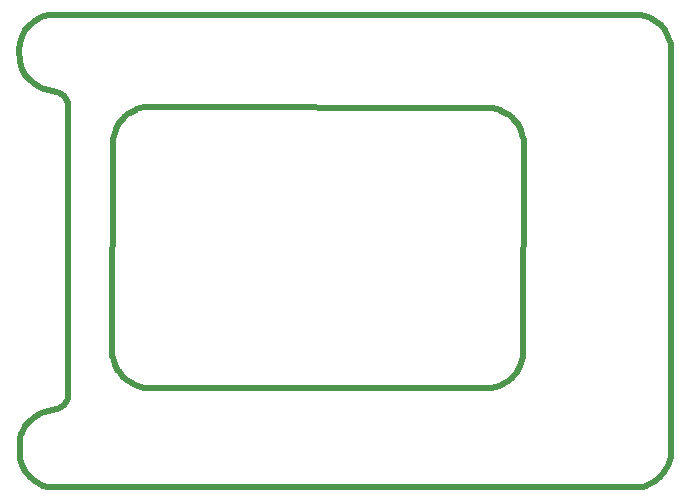
<source format=gm1>
G04*
G04 #@! TF.GenerationSoftware,Altium Limited,Altium Designer,21.6.4 (81)*
G04*
G04 Layer_Color=16711935*
%FSLAX44Y44*%
%MOMM*%
G71*
G04*
G04 #@! TF.SameCoordinates,2686D9AD-387F-486B-B8E0-4D59B8EDC849*
G04*
G04*
G04 #@! TF.FilePolarity,Positive*
G04*
G01*
G75*
%ADD21C,0.5080*%
G54D21*
X406792Y85631D02*
X406792Y85631D01*
X406791Y85631D02*
X406792Y85631D01*
X406791Y85630D02*
X406791Y85631D01*
X406790Y85630D02*
X406791Y85630D01*
X406790Y85630D02*
X406790Y85630D01*
X406790Y85630D02*
X406792Y85631D01*
X416888Y92425D02*
X416906Y92447D01*
X416847Y92379D02*
X416888Y92425D01*
X416803Y92335D02*
X416847Y92379D01*
X416757Y92294D02*
X416803Y92335D01*
X416733Y92274D02*
X416757Y92294D01*
X416733Y92274D02*
X416733Y92274D01*
X416733Y92274D02*
X416733Y92274D01*
X416733Y92274D02*
X416733Y92274D01*
X416731Y92272D02*
X416733Y92274D01*
X416731Y92272D02*
X416755Y92292D01*
X416801Y92334D01*
X416845Y92378D01*
X416886Y92423D01*
X416906Y92447D01*
X416906Y92447D01*
X420640Y96997D02*
X420640Y96997D01*
X420639Y96996D02*
X420640Y96997D01*
X420639Y96995D02*
X420639Y96996D01*
X420639Y96995D02*
X420639Y96996D01*
X420639Y96996D01*
X420640Y96997D01*
X420640Y96997D01*
X80535Y103440D02*
X80544Y103410D01*
X80565Y103351D01*
X80589Y103293D01*
X80616Y103237D01*
X80630Y103209D01*
X80616Y103237D02*
X80630Y103209D01*
X80589Y103293D02*
X80616Y103237D01*
X80565Y103351D02*
X80589Y103293D01*
X80544Y103410D02*
X80565Y103351D01*
X80535Y103440D02*
X80544Y103410D01*
X426004Y110579D02*
Y110582D01*
Y110579D02*
Y110581D01*
Y110582D01*
X426004Y110583D01*
X426004Y110582D02*
X426004Y110583D01*
X421596Y306979D02*
X421597Y306979D01*
X421598Y306978D01*
X421598Y306978D01*
X421598Y306977D02*
X421598Y306978D01*
X421598Y306976D02*
X421598Y306977D01*
X421596Y306979D02*
X421598Y306976D01*
X417552Y311907D02*
X417553Y311906D01*
X417553Y311906D02*
X417553Y311906D01*
X417552Y311907D02*
X417553Y311906D01*
X417552Y311907D02*
X417552Y311907D01*
X104953Y321441D02*
X104953Y321441D01*
X104953Y321441D02*
X104953Y321441D01*
X106130Y321606D02*
X106263Y321591D01*
X106395Y321563D01*
X106522Y321522D01*
X106583Y321494D01*
X106583Y321494D01*
X399419Y321004D01*
X399465Y321004D01*
X399559Y320997D01*
X399651Y320983D01*
X399742Y320962D01*
X399786Y320949D01*
X399787Y320949D01*
X407380Y318645D01*
X407410Y318636D01*
X407470Y318615D01*
X407528Y318590D01*
X407585Y318563D01*
X407613Y318548D01*
X407613Y318548D01*
X412794Y315779D01*
X412822Y315764D01*
X412877Y315732D01*
X412929Y315696D01*
X412980Y315659D01*
X413003Y315640D01*
X413003Y315640D02*
X413003Y315640D01*
X413003Y315640D02*
X413003Y315640D01*
X413005Y315639D01*
X413005Y315639D01*
X413003Y315640D02*
X413005Y315639D01*
X413003Y315640D02*
X413003Y315640D01*
X413003Y315640D02*
X413003Y315640D01*
X413004Y315639D01*
X413005Y315638D01*
X413006Y315637D01*
X413007Y315637D01*
X413007Y315637D01*
X417549Y311910D01*
X417549Y311909D01*
X417550Y311908D01*
X417551Y311908D01*
X417552Y311907D01*
X417551Y311908D02*
X417552Y311907D01*
X417551Y311908D02*
X417575Y311888D01*
X417621Y311847D01*
X417665Y311803D01*
X417706Y311757D01*
X417726Y311733D01*
X417729Y311729D01*
X417729Y311729D01*
X421457Y307187D01*
X421457Y307187D01*
X421458Y307186D01*
X421459Y307185D01*
X421460Y307184D01*
X421460Y307183D01*
X421460Y307183D02*
X421460Y307183D01*
X421457Y307187D02*
X421460Y307183D01*
X421457Y307187D02*
X421457Y307187D01*
X421457Y307187D02*
X421457Y307187D01*
X421457Y307187D02*
X421457Y307187D01*
X421457Y307187D02*
X421457Y307187D01*
X421457Y307187D01*
X421458Y307185D01*
X421460Y307183D01*
X421460Y307183D01*
X421460Y307183D02*
X421460Y307183D01*
X421460Y307183D02*
X421460Y307183D01*
X421460Y307183D01*
X421460Y307183D02*
X421460Y307183D01*
X421460Y307183D02*
X421460Y307183D01*
X421460Y307183D02*
X421460Y307183D01*
X421460Y307183D01*
X421478Y307161D01*
X421515Y307111D01*
X421550Y307060D01*
X421582Y307006D01*
X421596Y306979D01*
X421596Y306979D01*
X421596Y306979D01*
X421596D02*
X421596D01*
X421596Y306979D02*
X421596Y306979D01*
X421596Y306980D02*
X421596Y306979D01*
X421596Y306980D02*
X421598Y306976D01*
Y306976D01*
X421598Y306976D01*
X424369Y301792D01*
X424369D01*
X424370Y301792D01*
X424371Y301791D01*
X424371Y301790D02*
X424371Y301791D01*
X424370Y301790D02*
X424371Y301790D01*
X424370Y301790D02*
X424385Y301762D01*
X424412Y301706D01*
X424435Y301649D01*
X424456Y301590D01*
X424465Y301560D01*
X424465Y301560D01*
X426441Y295047D01*
X426482Y294912D01*
X426543Y294638D01*
X426585Y294359D01*
X426606Y294078D01*
X426606Y293938D01*
X426606D01*
Y293933D02*
Y293938D01*
Y293933D02*
X426606Y293933D01*
X426004Y110583D02*
X426606Y293933D01*
X426004Y110583D02*
X426004Y110583D01*
X426004Y110581D02*
Y110583D01*
X426004Y110579D02*
X426004Y110581D01*
X426004Y110533D02*
X426004Y110579D01*
X425997Y110440D02*
X426004Y110533D01*
X425983Y110348D02*
X425997Y110440D01*
X425962Y110258D02*
X425983Y110348D01*
X425949Y110213D02*
X425962Y110258D01*
X425949Y110213D02*
X425949Y110213D01*
X423645Y102620D02*
X425949Y110213D01*
X423636Y102590D02*
X423645Y102620D01*
X423615Y102530D02*
X423636Y102590D01*
X423590Y102472D02*
X423615Y102530D01*
X423563Y102415D02*
X423590Y102472D01*
X423548Y102387D02*
X423563Y102415D01*
X423548Y102387D02*
X423548D01*
X420779Y97206D02*
X423548Y102387D01*
X420764Y97178D02*
X420779Y97206D01*
X420732Y97123D02*
X420764Y97178D01*
X420696Y97071D02*
X420732Y97123D01*
X420659Y97020D02*
X420696Y97071D01*
X420640Y96997D02*
X420659Y97020D01*
X420640Y96997D02*
X420640Y96997D01*
X420640Y96997D02*
X420640Y96997D01*
X420639Y96995D02*
X420640Y96997D01*
X420639Y96995D02*
X420639D01*
X420638Y96995D02*
X420639Y96995D01*
X420637Y96994D02*
X420638Y96995D01*
X420637Y96993D02*
X420637Y96994D01*
X420637Y96993D02*
X420637D01*
X416910Y92451D02*
X420637Y96993D01*
X416909Y92451D02*
X416910Y92451D01*
X416908Y92450D02*
X416909Y92451D01*
X416908Y92449D02*
X416908Y92450D01*
X416907Y92448D02*
X416908Y92449D01*
X416906Y92447D02*
X416907Y92448D01*
X416906Y92447D02*
X416906Y92447D01*
X416906Y92447D02*
X416907Y92448D01*
X416907Y92447D02*
X416907Y92448D01*
X416906Y92447D02*
X416907Y92447D01*
X416906Y92447D02*
X416906Y92447D01*
X416729Y92271D02*
X416906Y92447D01*
X416729Y92271D02*
X416733Y92274D01*
X416733Y92274D02*
X416733Y92274D01*
X416732Y92273D02*
X416733Y92274D01*
X416731Y92272D02*
X416732Y92273D01*
X416730Y92271D02*
X416731Y92272D01*
X416729Y92271D02*
X416730Y92271D01*
X416729Y92271D02*
X416729Y92271D01*
X416729Y92271D02*
X416729Y92271D01*
X416729Y92271D02*
X416729Y92271D01*
X416729Y92271D02*
X416729Y92271D01*
X412187Y88543D02*
X416729Y92271D01*
X412187Y88543D02*
X412187Y88543D01*
X412186Y88542D02*
X412187Y88543D01*
X412185Y88541D02*
X412186Y88542D01*
X412184Y88540D02*
X412185Y88541D01*
X412183Y88540D02*
X412184Y88540D01*
X412183Y88540D02*
X412183Y88540D01*
X412181Y88539D02*
X412183Y88540D01*
X412181Y88539D02*
X412183Y88540D01*
X411979Y88404D02*
X412183Y88540D01*
X411979Y88404D02*
X411979Y88404D01*
X411979Y88404D02*
X411979Y88404D01*
X411979Y88404D01*
X412006Y88419D01*
X412059Y88450D01*
X412110Y88484D01*
X412159Y88521D01*
X412181Y88539D01*
X412161Y88522D02*
X412181Y88539D01*
X412111Y88485D02*
X412161Y88522D01*
X412060Y88450D02*
X412111Y88485D01*
X412006Y88418D02*
X412060Y88450D01*
X411979Y88404D02*
X412006Y88418D01*
X411979Y88404D02*
X411979Y88404D01*
X411976Y88402D02*
X411979Y88404D01*
X411976Y88402D02*
X411976Y88402D01*
X406792Y85631D02*
X411976Y88402D01*
X406792Y85631D02*
X406792Y85631D01*
X406792Y85631D02*
Y85631D01*
X406763Y85615D02*
X406792Y85631D01*
X406702Y85587D02*
X406763Y85615D01*
X406640Y85561D02*
X406702Y85587D01*
X406576Y85539D02*
X406640Y85561D01*
X406544Y85530D02*
X406576Y85539D01*
X406544Y85530D02*
X406544D01*
X399242Y83423D02*
X406544Y85530D01*
X399242Y83423D02*
X399243Y83423D01*
X399247Y83424D01*
X399249Y83425D01*
X399247Y83424D02*
X399249Y83425D01*
X399244Y83423D02*
X399247Y83424D01*
X399241Y83422D02*
X399244Y83423D01*
X399238Y83422D02*
X399241Y83422D01*
X399237Y83421D02*
X399238Y83422D01*
X399237Y83421D02*
X399242Y83423D01*
X399239Y83422D02*
X399242Y83423D01*
X399235Y83421D02*
X399239Y83422D01*
X399233Y83420D02*
X399235Y83421D01*
X399233Y83420D02*
X399233D01*
X399237Y83421D01*
X399179Y83404D02*
X399237Y83421D01*
X399061Y83378D02*
X399179Y83404D01*
X398942Y83361D02*
X399061Y83378D01*
X398821Y83352D02*
X398942Y83361D01*
X398761Y83352D02*
X398821Y83352D01*
X398734Y83352D02*
X398761D01*
X398680Y83355D02*
X398734Y83352D01*
X398626Y83359D02*
X398680Y83355D01*
X398573Y83366D02*
X398626Y83359D01*
X398546Y83371D02*
X398573Y83366D01*
X398546Y83371D02*
X398546Y83371D01*
X105581Y83996D02*
X398546Y83371D01*
X105534Y83996D02*
X105581Y83996D01*
X105441Y84003D02*
X105534Y83996D01*
X105349Y84017D02*
X105441Y84003D01*
X105258Y84038D02*
X105349Y84017D01*
X105213Y84051D02*
X105258Y84038D01*
X97620Y86355D02*
X105213Y84051D01*
X97590Y86364D02*
X97620Y86355D01*
X97530Y86385D02*
X97590Y86364D01*
X97472Y86410D02*
X97530Y86385D01*
X97415Y86437D02*
X97472Y86410D01*
X97387Y86452D02*
X97415Y86437D01*
X92205Y89221D02*
X97387Y86452D01*
X92178Y89236D02*
X92205Y89221D01*
X92123Y89268D02*
X92178Y89236D01*
X92071Y89304D02*
X92123Y89268D01*
X92020Y89341D02*
X92071Y89304D01*
X91995Y89361D02*
X92020Y89341D01*
X91995Y89361D02*
X91995Y89361D01*
X91995Y89362D02*
X91995Y89361D01*
X91994Y89363D02*
X91995Y89362D01*
X91993Y89363D02*
X91994Y89363D01*
X87451Y93090D02*
X91993Y89363D01*
X87447Y93094D02*
X87451Y93090D01*
X87423Y93113D02*
X87447Y93094D01*
X87377Y93155D02*
X87423Y93113D01*
X87333Y93199D02*
X87377Y93155D01*
X87292Y93245D02*
X87333Y93199D01*
X87272Y93269D02*
X87292Y93245D01*
X87272Y93269D02*
X87272Y93269D01*
X87271Y93271D02*
X87272Y93269D01*
X83709Y97610D02*
X87271Y93271D01*
X83707Y97613D02*
X83709Y97610D01*
X83700Y97621D02*
X83707Y97613D01*
X83700Y97622D02*
X83700Y97621D01*
X83698Y97624D02*
X83700Y97622D01*
X83696Y97626D02*
X83698Y97624D01*
X83695Y97628D02*
X83696Y97626D01*
X83694Y97629D02*
X83695Y97628D01*
X83638Y97698D02*
X83694Y97629D01*
X83532Y97841D02*
X83638Y97698D01*
X83433Y97988D02*
X83532Y97841D01*
X83341Y98140D02*
X83433Y97988D01*
X83298Y98218D02*
X83341Y98140D01*
X83298Y98219D02*
X83298Y98218D01*
X83296Y98221D02*
X83298Y98219D01*
X83295Y98223D02*
X83296Y98221D01*
X83294Y98225D02*
X83295Y98223D01*
X83294Y98226D02*
X83294Y98225D01*
X83294Y98226D02*
X83294Y98226D01*
X80744Y102997D02*
X83294Y98226D01*
X80744Y102997D02*
X80744Y102997D01*
X80743Y102998D02*
X80744Y102997D01*
X80742Y102999D02*
X80743Y102998D01*
X80742Y103000D02*
X80742Y102999D01*
X80742Y103001D02*
X80742Y103000D01*
X80699Y103081D02*
X80742Y103001D01*
X80623Y103244D02*
X80699Y103081D01*
X80553Y103411D02*
X80623Y103244D01*
X80492Y103581D02*
X80553Y103411D01*
X80466Y103667D02*
X80492Y103581D01*
X80466Y103667D02*
X80466Y103667D01*
X80465Y103668D02*
X80466Y103667D01*
X80465Y103669D02*
X80465Y103668D01*
X80465Y103670D02*
X80465Y103669D01*
X80465Y103671D02*
X80465Y103670D01*
X79553Y106675D02*
X80465Y103671D01*
X79553Y106675D02*
X79553Y106675D01*
X79553Y106677D02*
X79553Y106675D01*
X79553Y106678D02*
X79553Y106677D01*
X79552Y106678D02*
X79553Y106678D01*
X79552Y106678D02*
X79553Y106675D01*
X79553Y106676D02*
X79553Y106675D01*
X79552Y106679D02*
X79553Y106676D01*
X79551Y106682D02*
X79552Y106679D01*
X79550Y106685D02*
X79551Y106682D01*
X79550Y106687D02*
X79550Y106685D01*
X79549Y106688D02*
X79550Y106687D01*
X79549Y106691D02*
X79549Y106688D01*
X79548Y106693D02*
X79549Y106691D01*
X79547Y106696D02*
X79548Y106693D01*
X79547Y106698D02*
X79547Y106696D01*
X79547Y106698D02*
X79547Y106698D01*
X78566Y109929D02*
X79547Y106698D01*
X78566Y109931D02*
X78566Y109929D01*
X78565Y109935D02*
X78566Y109931D01*
X78564Y109939D02*
X78565Y109935D01*
X78562Y109942D02*
X78564Y109939D01*
X78562Y109944D02*
X78562Y109942D01*
X78562Y109945D02*
X78562Y109944D01*
X78562Y109945D02*
X78562Y109945D01*
X78561Y109946D02*
X78562Y109945D01*
X78561Y109947D02*
X78561Y109946D01*
X78561Y109947D02*
X78561Y109947D01*
X78560Y109950D02*
X78561Y109947D01*
X78559Y109953D02*
X78560Y109950D01*
X78558Y109958D02*
X78559Y109953D01*
X78556Y109963D02*
X78558Y109958D01*
X78555Y109968D02*
X78556Y109963D01*
X78554Y109971D02*
X78555Y109968D01*
X78554Y109971D02*
X78554Y109971D01*
X78553Y109973D02*
X78554Y109971D01*
X78552Y109977D02*
X78553Y109973D01*
X78551Y109981D02*
X78552Y109977D01*
X78550Y109985D02*
X78551Y109981D01*
X78549Y109987D02*
X78550Y109985D01*
X78549Y109987D02*
X78549Y109987D01*
X78511Y110118D02*
X78549Y109987D01*
X78453Y110384D02*
X78511Y110118D01*
X78414Y110654D02*
X78453Y110384D01*
X78394Y110926D02*
X78414Y110654D01*
X78394Y110926D02*
X78394Y111062D01*
Y111063D01*
Y111064D01*
Y111065D01*
Y111066D01*
Y111066D01*
Y111066D01*
X78394Y111075D01*
X78996Y294421D01*
X78996Y294467D01*
X79004Y294560D01*
X79017Y294652D01*
X79038Y294742D01*
X79051Y294786D01*
X79051Y294787D01*
X81355Y302380D01*
X81364Y302410D01*
X81385Y302470D01*
X81410Y302528D01*
X81437Y302586D01*
X81452Y302613D01*
X81452Y302613D01*
X84221Y307794D01*
X84236Y307822D01*
X84268Y307877D01*
X84304Y307929D01*
X84341Y307980D01*
X84361Y308005D01*
Y308005D01*
X84363Y308007D01*
X88090Y312549D01*
X88091Y312549D01*
X88092Y312550D01*
X88092Y312551D01*
X88093Y312553D01*
X88094Y312553D01*
X88113Y312577D01*
X88155Y312623D01*
X88199Y312666D01*
X88245Y312708D01*
X88269Y312728D01*
X88269Y312728D01*
X88271Y312729D01*
X92813Y316457D01*
X92813Y316457D01*
X92814Y316458D01*
X92815Y316459D01*
X92816Y316460D01*
X92817Y316460D01*
X92841Y316480D01*
X92891Y316516D01*
X92942Y316551D01*
X92995Y316582D01*
X93022Y316597D01*
X93022Y316597D01*
X98208Y319369D01*
X98235Y319384D01*
X98291Y319410D01*
X98349Y319434D01*
X98408Y319455D01*
X98437Y319464D01*
X98438Y319465D01*
X98439Y319465D01*
X98440Y319466D01*
X98441Y319466D01*
X98442Y319466D01*
X98442Y319466D01*
X104953Y321441D01*
X104953Y321441D01*
X104957Y321442D01*
X104957Y321442D02*
X104957Y321442D01*
X104953Y321441D02*
X104957Y321442D01*
X104953Y321441D02*
X104954Y321441D01*
X104955Y321441D01*
X104956Y321442D01*
X104957Y321442D01*
X104957Y321442D01*
X104958Y321442D01*
Y321442D02*
Y321442D01*
X104957Y321442D02*
X104958Y321442D01*
X104957Y321442D02*
X104958Y321442D01*
X104958Y321442D01*
X105088Y321482D01*
X105362Y321543D01*
X105641Y321585D01*
X105922Y321606D01*
X106062Y321606D01*
X106062Y321606D01*
X106130Y321606D01*
X421598Y306976D02*
Y306976D01*
X421598Y306976D02*
X421598Y306976D01*
X421598Y306976D02*
X421598D01*
X421460Y307183D02*
X421479Y307159D01*
X421460Y307183D02*
X421596Y306980D01*
X421583Y307004D02*
X421596Y306980D01*
X421551Y307057D02*
X421583Y307004D01*
X421516Y307109D02*
X421551Y307057D01*
X421479Y307159D02*
X421516Y307109D01*
X416907Y92448D02*
X416908Y92449D01*
X416907Y92448D02*
X416908Y92449D01*
X416907Y92448D02*
X416907Y92448D01*
X416733Y92274D02*
X416733Y92274D01*
X416733D02*
X416733D01*
X416733Y92274D02*
X416733Y92274D01*
X91995Y89361D02*
X91997Y89360D01*
X91995Y89361D02*
X91996Y89361D01*
X91997Y89360D01*
X91997Y89360D01*
X79552Y106679D02*
X79552Y106678D01*
X79552Y106679D02*
Y106679D01*
Y106679D02*
X79552Y106679D01*
X79552Y106678D01*
X525417Y399746D02*
X533010Y397462D01*
X29746Y399746D02*
X525417D01*
X23893Y399169D02*
X29746Y399746D01*
X18266Y397462D02*
X23893Y399169D01*
X13079Y394690D02*
X18266Y397462D01*
X8533Y390959D02*
X13079Y394690D01*
X4802Y386413D02*
X8533Y390959D01*
X2029Y381226D02*
X4802Y386413D01*
X322Y375599D02*
X2029Y381226D01*
X-254Y369745D02*
X322Y375599D01*
X-254Y369745D02*
X118Y359701D01*
X1824Y354073D01*
X4597Y348887D01*
X8328Y344341D01*
X12874Y340610D01*
X17840Y337956D01*
X18300Y337765D01*
X33757Y333075D01*
X35196Y332510D01*
X37715Y330736D01*
X39550Y328261D01*
X40517Y325336D01*
X40640Y323795D01*
X40640Y76205D02*
X40640Y323795D01*
X40517Y74664D02*
X40640Y76205D01*
X39550Y71738D02*
X40517Y74664D01*
X37715Y69263D02*
X39550Y71738D01*
X35196Y67489D02*
X37715Y69263D01*
X33757Y66924D02*
X35196Y67489D01*
X18300Y62234D02*
X33757Y66924D01*
X17840Y62044D02*
X18300Y62234D01*
X12874Y59390D02*
X17840Y62044D01*
X8328Y55659D02*
X12874Y59390D01*
X4597Y51113D02*
X8328Y55659D01*
X1526Y45368D02*
X4597Y51113D01*
X1425Y45140D02*
X1526Y45368D01*
X1365Y44963D02*
X1425Y45140D01*
X203Y41132D02*
X1365Y44963D01*
X161Y40950D02*
X203Y41132D01*
X132Y40765D02*
X161Y40950D01*
X118Y40485D02*
X132Y40765D01*
X118Y26903D02*
Y40485D01*
Y26903D02*
X322Y23893D01*
X2029Y18265D01*
X4802Y13079D01*
X8533Y8533D01*
X13079Y4802D01*
X20077Y1061D01*
X24283Y-215D01*
X527611D01*
X529831Y458D01*
X537573Y4597D01*
X542119Y8328D01*
X545850Y12874D01*
X549299Y19328D01*
X549400Y19555D01*
X549460Y19733D01*
X551218Y25504D01*
X551275Y25718D01*
X551313Y25936D01*
X551332Y26267D01*
X551332Y374067D02*
X551332Y26267D01*
X551318Y374254D02*
X551332Y374067D01*
X551291Y374439D02*
X551318Y374254D01*
X551223Y374711D02*
X551291Y374439D01*
X549246Y381226D02*
X551223Y374711D01*
X546474Y386413D02*
X549246Y381226D01*
X542743Y390959D02*
X546474Y386413D01*
X538197Y394690D02*
X542743Y390959D01*
X533010Y397462D02*
X538197Y394690D01*
X412184Y88540D02*
X412185Y88542D01*
X412183Y88540D02*
X412185Y88542D01*
X412183Y88540D02*
X412183Y88540D01*
X412183Y88540D01*
X412184Y88540D01*
X412184Y88540D01*
M02*

</source>
